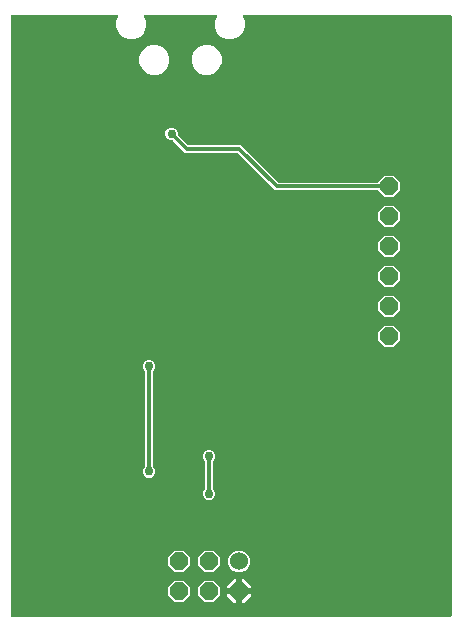
<source format=gbr>
G04 EAGLE Gerber RS-274X export*
G75*
%MOMM*%
%FSLAX34Y34*%
%LPD*%
%INBottom Copper*%
%IPPOS*%
%AMOC8*
5,1,8,0,0,1.08239X$1,22.5*%
G01*
%ADD10C,1.524000*%
%ADD11P,1.649562X8X202.500000*%
%ADD12C,0.756400*%
%ADD13C,0.304800*%
%ADD14C,0.806400*%
%ADD15C,0.856400*%

G36*
X794938Y397526D02*
X794938Y397526D01*
X795057Y397533D01*
X795095Y397546D01*
X795136Y397551D01*
X795246Y397594D01*
X795359Y397631D01*
X795394Y397653D01*
X795431Y397668D01*
X795527Y397737D01*
X795628Y397801D01*
X795656Y397831D01*
X795689Y397854D01*
X795765Y397946D01*
X795846Y398033D01*
X795866Y398068D01*
X795891Y398099D01*
X795942Y398207D01*
X796000Y398311D01*
X796010Y398351D01*
X796027Y398387D01*
X796049Y398504D01*
X796079Y398619D01*
X796083Y398679D01*
X796087Y398699D01*
X796085Y398720D01*
X796089Y398780D01*
X796089Y906020D01*
X796074Y906138D01*
X796067Y906257D01*
X796054Y906295D01*
X796049Y906336D01*
X796006Y906446D01*
X795969Y906559D01*
X795947Y906594D01*
X795932Y906631D01*
X795863Y906727D01*
X795799Y906828D01*
X795769Y906856D01*
X795746Y906889D01*
X795654Y906965D01*
X795567Y907046D01*
X795532Y907066D01*
X795501Y907091D01*
X795393Y907142D01*
X795289Y907200D01*
X795249Y907210D01*
X795213Y907227D01*
X795096Y907249D01*
X794981Y907279D01*
X794921Y907283D01*
X794901Y907287D01*
X794880Y907285D01*
X794820Y907289D01*
X620406Y907289D01*
X620357Y907283D01*
X620307Y907285D01*
X620200Y907263D01*
X620091Y907249D01*
X620044Y907231D01*
X619996Y907221D01*
X619897Y907173D01*
X619795Y907132D01*
X619755Y907103D01*
X619710Y907081D01*
X619626Y907010D01*
X619538Y906946D01*
X619506Y906907D01*
X619468Y906875D01*
X619405Y906785D01*
X619335Y906701D01*
X619314Y906656D01*
X619285Y906615D01*
X619246Y906512D01*
X619199Y906413D01*
X619190Y906364D01*
X619172Y906318D01*
X619160Y906208D01*
X619139Y906101D01*
X619143Y906051D01*
X619137Y906002D01*
X619152Y905893D01*
X619159Y905783D01*
X619175Y905736D01*
X619181Y905687D01*
X619234Y905534D01*
X620831Y901678D01*
X620831Y896642D01*
X618903Y891988D01*
X615342Y888427D01*
X610688Y886499D01*
X605652Y886499D01*
X600998Y888427D01*
X597437Y891988D01*
X595509Y896642D01*
X595509Y901678D01*
X597106Y905534D01*
X597120Y905582D01*
X597141Y905627D01*
X597161Y905735D01*
X597190Y905841D01*
X597191Y905891D01*
X597201Y905940D01*
X597194Y906049D01*
X597195Y906159D01*
X597184Y906207D01*
X597181Y906257D01*
X597147Y906361D01*
X597121Y906468D01*
X597098Y906512D01*
X597083Y906559D01*
X597024Y906652D01*
X596973Y906749D01*
X596939Y906786D01*
X596913Y906828D01*
X596833Y906903D01*
X596759Y906985D01*
X596717Y907012D01*
X596681Y907046D01*
X596585Y907099D01*
X596493Y907159D01*
X596446Y907176D01*
X596402Y907200D01*
X596296Y907227D01*
X596192Y907263D01*
X596143Y907267D01*
X596095Y907279D01*
X595934Y907289D01*
X536906Y907289D01*
X536857Y907283D01*
X536807Y907285D01*
X536700Y907263D01*
X536591Y907249D01*
X536544Y907231D01*
X536496Y907221D01*
X536397Y907173D01*
X536295Y907132D01*
X536255Y907103D01*
X536210Y907081D01*
X536126Y907010D01*
X536038Y906946D01*
X536006Y906907D01*
X535968Y906875D01*
X535905Y906785D01*
X535835Y906701D01*
X535814Y906656D01*
X535785Y906615D01*
X535746Y906512D01*
X535699Y906413D01*
X535690Y906364D01*
X535672Y906318D01*
X535660Y906208D01*
X535639Y906101D01*
X535643Y906051D01*
X535637Y906002D01*
X535652Y905893D01*
X535659Y905783D01*
X535675Y905736D01*
X535681Y905687D01*
X535734Y905534D01*
X537331Y901678D01*
X537331Y896642D01*
X535403Y891988D01*
X531842Y888427D01*
X527188Y886499D01*
X522152Y886499D01*
X517498Y888427D01*
X513937Y891988D01*
X512009Y896642D01*
X512009Y901678D01*
X513606Y905534D01*
X513620Y905582D01*
X513641Y905627D01*
X513661Y905735D01*
X513690Y905841D01*
X513691Y905891D01*
X513701Y905940D01*
X513694Y906049D01*
X513695Y906159D01*
X513684Y906207D01*
X513681Y906257D01*
X513647Y906361D01*
X513621Y906468D01*
X513598Y906512D01*
X513583Y906559D01*
X513524Y906652D01*
X513473Y906749D01*
X513439Y906786D01*
X513413Y906828D01*
X513333Y906903D01*
X513259Y906985D01*
X513217Y907012D01*
X513181Y907046D01*
X513085Y907099D01*
X512993Y907159D01*
X512946Y907176D01*
X512902Y907200D01*
X512796Y907227D01*
X512692Y907263D01*
X512643Y907267D01*
X512595Y907279D01*
X512434Y907289D01*
X424180Y907289D01*
X424062Y907274D01*
X423943Y907267D01*
X423905Y907254D01*
X423864Y907249D01*
X423754Y907206D01*
X423641Y907169D01*
X423606Y907147D01*
X423569Y907132D01*
X423473Y907063D01*
X423372Y906999D01*
X423344Y906969D01*
X423311Y906946D01*
X423235Y906854D01*
X423154Y906767D01*
X423134Y906732D01*
X423109Y906701D01*
X423058Y906593D01*
X423000Y906489D01*
X422990Y906449D01*
X422973Y906413D01*
X422951Y906296D01*
X422921Y906181D01*
X422917Y906121D01*
X422913Y906101D01*
X422915Y906080D01*
X422911Y906020D01*
X422911Y398780D01*
X422926Y398662D01*
X422933Y398543D01*
X422946Y398505D01*
X422951Y398464D01*
X422994Y398354D01*
X423031Y398241D01*
X423053Y398206D01*
X423068Y398169D01*
X423137Y398073D01*
X423201Y397972D01*
X423231Y397944D01*
X423254Y397911D01*
X423346Y397835D01*
X423433Y397754D01*
X423468Y397734D01*
X423499Y397709D01*
X423607Y397658D01*
X423711Y397600D01*
X423751Y397590D01*
X423787Y397573D01*
X423904Y397551D01*
X424019Y397521D01*
X424079Y397517D01*
X424099Y397513D01*
X424120Y397515D01*
X424180Y397511D01*
X794820Y397511D01*
X794938Y397526D01*
G37*
%LPC*%
G36*
X739162Y752855D02*
X739162Y752855D01*
X733438Y758580D01*
X733360Y758640D01*
X733288Y758708D01*
X733235Y758737D01*
X733187Y758774D01*
X733096Y758814D01*
X733009Y758862D01*
X732950Y758877D01*
X732895Y758901D01*
X732797Y758916D01*
X732701Y758941D01*
X732601Y758947D01*
X732581Y758951D01*
X732568Y758949D01*
X732540Y758951D01*
X646437Y758951D01*
X615059Y790330D01*
X614981Y790390D01*
X614909Y790458D01*
X614856Y790487D01*
X614808Y790524D01*
X614717Y790564D01*
X614630Y790612D01*
X614571Y790627D01*
X614516Y790651D01*
X614418Y790666D01*
X614322Y790691D01*
X614222Y790697D01*
X614202Y790701D01*
X614189Y790699D01*
X614161Y790701D01*
X570237Y790701D01*
X560167Y800772D01*
X560089Y800832D01*
X560017Y800900D01*
X559964Y800929D01*
X559916Y800966D01*
X559825Y801006D01*
X559738Y801054D01*
X559679Y801069D01*
X559624Y801093D01*
X559526Y801108D01*
X559430Y801133D01*
X559330Y801139D01*
X559310Y801143D01*
X559297Y801141D01*
X559269Y801143D01*
X557744Y801143D01*
X555794Y801951D01*
X554301Y803444D01*
X553493Y805394D01*
X553493Y807506D01*
X554301Y809456D01*
X555794Y810949D01*
X557744Y811757D01*
X559856Y811757D01*
X561806Y810949D01*
X563299Y809456D01*
X564107Y807506D01*
X564107Y805981D01*
X564119Y805882D01*
X564122Y805783D01*
X564139Y805725D01*
X564147Y805665D01*
X564183Y805573D01*
X564211Y805478D01*
X564241Y805426D01*
X564264Y805369D01*
X564322Y805289D01*
X564372Y805204D01*
X564438Y805129D01*
X564450Y805112D01*
X564460Y805104D01*
X564478Y805083D01*
X572391Y797170D01*
X572469Y797110D01*
X572541Y797042D01*
X572594Y797013D01*
X572642Y796976D01*
X572733Y796936D01*
X572820Y796888D01*
X572879Y796873D01*
X572934Y796849D01*
X573032Y796834D01*
X573128Y796809D01*
X573228Y796803D01*
X573248Y796799D01*
X573261Y796801D01*
X573289Y796799D01*
X617213Y796799D01*
X648591Y765420D01*
X648669Y765360D01*
X648741Y765292D01*
X648794Y765263D01*
X648842Y765226D01*
X648933Y765186D01*
X649020Y765138D01*
X649079Y765123D01*
X649134Y765099D01*
X649232Y765084D01*
X649328Y765059D01*
X649428Y765053D01*
X649448Y765049D01*
X649461Y765051D01*
X649489Y765049D01*
X732540Y765049D01*
X732639Y765061D01*
X732738Y765064D01*
X732796Y765081D01*
X732856Y765089D01*
X732948Y765125D01*
X733043Y765153D01*
X733095Y765183D01*
X733152Y765206D01*
X733232Y765264D01*
X733317Y765314D01*
X733392Y765380D01*
X733409Y765392D01*
X733417Y765402D01*
X733438Y765420D01*
X739162Y771145D01*
X746738Y771145D01*
X752095Y765788D01*
X752095Y758212D01*
X746738Y752855D01*
X739162Y752855D01*
G37*
%LPD*%
%LPC*%
G36*
X538694Y515393D02*
X538694Y515393D01*
X536744Y516201D01*
X535251Y517694D01*
X534443Y519644D01*
X534443Y521756D01*
X535251Y523706D01*
X536330Y524784D01*
X536390Y524863D01*
X536458Y524935D01*
X536487Y524988D01*
X536524Y525036D01*
X536564Y525127D01*
X536612Y525213D01*
X536627Y525272D01*
X536651Y525328D01*
X536666Y525425D01*
X536691Y525521D01*
X536697Y525616D01*
X536699Y525624D01*
X536698Y525628D01*
X536701Y525642D01*
X536699Y525654D01*
X536701Y525682D01*
X536701Y604618D01*
X536689Y604716D01*
X536686Y604815D01*
X536669Y604874D01*
X536661Y604934D01*
X536625Y605026D01*
X536597Y605121D01*
X536567Y605173D01*
X536544Y605229D01*
X536486Y605309D01*
X536436Y605395D01*
X536370Y605470D01*
X536358Y605487D01*
X536348Y605494D01*
X536330Y605516D01*
X535251Y606594D01*
X534443Y608544D01*
X534443Y610656D01*
X535251Y612606D01*
X536744Y614099D01*
X538694Y614907D01*
X540806Y614907D01*
X542756Y614099D01*
X544249Y612606D01*
X545057Y610656D01*
X545057Y608544D01*
X544249Y606594D01*
X543170Y605516D01*
X543110Y605437D01*
X543042Y605365D01*
X543013Y605312D01*
X542976Y605264D01*
X542936Y605173D01*
X542888Y605087D01*
X542873Y605028D01*
X542849Y604972D01*
X542834Y604875D01*
X542809Y604779D01*
X542803Y604679D01*
X542799Y604658D01*
X542801Y604646D01*
X542799Y604618D01*
X542799Y525682D01*
X542811Y525584D01*
X542814Y525485D01*
X542831Y525426D01*
X542839Y525366D01*
X542875Y525274D01*
X542903Y525179D01*
X542933Y525127D01*
X542956Y525071D01*
X543014Y524991D01*
X543064Y524905D01*
X543130Y524830D01*
X543142Y524813D01*
X543152Y524806D01*
X543170Y524784D01*
X544249Y523706D01*
X545057Y521756D01*
X545057Y519644D01*
X544249Y517694D01*
X542756Y516201D01*
X540806Y515393D01*
X538694Y515393D01*
G37*
%LPD*%
%LPC*%
G36*
X586152Y856499D02*
X586152Y856499D01*
X581498Y858427D01*
X577937Y861988D01*
X576009Y866642D01*
X576009Y871678D01*
X577937Y876332D01*
X581498Y879893D01*
X586152Y881821D01*
X591188Y881821D01*
X595842Y879893D01*
X599403Y876332D01*
X601331Y871678D01*
X601331Y866642D01*
X599403Y861988D01*
X595842Y858427D01*
X591188Y856499D01*
X586152Y856499D01*
G37*
%LPD*%
%LPC*%
G36*
X541652Y856499D02*
X541652Y856499D01*
X536998Y858427D01*
X533437Y861988D01*
X531509Y866642D01*
X531509Y871678D01*
X533437Y876332D01*
X536998Y879893D01*
X541652Y881821D01*
X546688Y881821D01*
X551342Y879893D01*
X554903Y876332D01*
X556831Y871678D01*
X556831Y866642D01*
X554903Y861988D01*
X551342Y858427D01*
X546688Y856499D01*
X541652Y856499D01*
G37*
%LPD*%
%LPC*%
G36*
X589494Y496343D02*
X589494Y496343D01*
X587544Y497151D01*
X586051Y498644D01*
X585243Y500594D01*
X585243Y502706D01*
X586051Y504656D01*
X587130Y505734D01*
X587190Y505813D01*
X587258Y505885D01*
X587287Y505938D01*
X587324Y505986D01*
X587364Y506077D01*
X587412Y506163D01*
X587427Y506222D01*
X587451Y506278D01*
X587466Y506375D01*
X587491Y506471D01*
X587497Y506571D01*
X587501Y506592D01*
X587499Y506604D01*
X587501Y506632D01*
X587501Y528418D01*
X587489Y528516D01*
X587486Y528615D01*
X587469Y528674D01*
X587461Y528734D01*
X587425Y528826D01*
X587397Y528921D01*
X587367Y528973D01*
X587344Y529029D01*
X587286Y529109D01*
X587236Y529195D01*
X587170Y529270D01*
X587158Y529287D01*
X587148Y529294D01*
X587130Y529316D01*
X586051Y530394D01*
X585243Y532344D01*
X585243Y534456D01*
X586051Y536406D01*
X587544Y537899D01*
X589494Y538707D01*
X591606Y538707D01*
X593556Y537899D01*
X595049Y536406D01*
X595857Y534456D01*
X595857Y532344D01*
X595049Y530394D01*
X593970Y529316D01*
X593910Y529237D01*
X593842Y529165D01*
X593813Y529112D01*
X593776Y529064D01*
X593736Y528973D01*
X593688Y528887D01*
X593673Y528828D01*
X593649Y528772D01*
X593634Y528675D01*
X593609Y528579D01*
X593603Y528479D01*
X593599Y528458D01*
X593601Y528446D01*
X593599Y528418D01*
X593599Y506632D01*
X593611Y506534D01*
X593614Y506435D01*
X593631Y506376D01*
X593639Y506316D01*
X593675Y506224D01*
X593703Y506129D01*
X593733Y506077D01*
X593756Y506021D01*
X593814Y505941D01*
X593864Y505855D01*
X593930Y505780D01*
X593942Y505763D01*
X593952Y505756D01*
X593970Y505734D01*
X595049Y504656D01*
X595857Y502706D01*
X595857Y500594D01*
X595049Y498644D01*
X593556Y497151D01*
X591606Y496343D01*
X589494Y496343D01*
G37*
%LPD*%
%LPC*%
G36*
X739162Y727455D02*
X739162Y727455D01*
X733805Y732812D01*
X733805Y740388D01*
X739162Y745745D01*
X746738Y745745D01*
X752095Y740388D01*
X752095Y732812D01*
X746738Y727455D01*
X739162Y727455D01*
G37*
%LPD*%
%LPC*%
G36*
X739162Y702055D02*
X739162Y702055D01*
X733805Y707412D01*
X733805Y714988D01*
X739162Y720345D01*
X746738Y720345D01*
X752095Y714988D01*
X752095Y707412D01*
X746738Y702055D01*
X739162Y702055D01*
G37*
%LPD*%
%LPC*%
G36*
X739162Y676655D02*
X739162Y676655D01*
X733805Y682012D01*
X733805Y689588D01*
X739162Y694945D01*
X746738Y694945D01*
X752095Y689588D01*
X752095Y682012D01*
X746738Y676655D01*
X739162Y676655D01*
G37*
%LPD*%
%LPC*%
G36*
X739162Y651255D02*
X739162Y651255D01*
X733805Y656612D01*
X733805Y664188D01*
X739162Y669545D01*
X746738Y669545D01*
X752095Y664188D01*
X752095Y656612D01*
X746738Y651255D01*
X739162Y651255D01*
G37*
%LPD*%
%LPC*%
G36*
X739162Y625855D02*
X739162Y625855D01*
X733805Y631212D01*
X733805Y638788D01*
X739162Y644145D01*
X746738Y644145D01*
X752095Y638788D01*
X752095Y631212D01*
X746738Y625855D01*
X739162Y625855D01*
G37*
%LPD*%
%LPC*%
G36*
X586762Y435355D02*
X586762Y435355D01*
X581405Y440712D01*
X581405Y448288D01*
X586762Y453645D01*
X594338Y453645D01*
X599695Y448288D01*
X599695Y440712D01*
X594338Y435355D01*
X586762Y435355D01*
G37*
%LPD*%
%LPC*%
G36*
X561362Y435355D02*
X561362Y435355D01*
X556005Y440712D01*
X556005Y448288D01*
X561362Y453645D01*
X568938Y453645D01*
X574295Y448288D01*
X574295Y440712D01*
X568938Y435355D01*
X561362Y435355D01*
G37*
%LPD*%
%LPC*%
G36*
X586762Y409955D02*
X586762Y409955D01*
X581405Y415312D01*
X581405Y422888D01*
X586762Y428245D01*
X594338Y428245D01*
X599695Y422888D01*
X599695Y415312D01*
X594338Y409955D01*
X586762Y409955D01*
G37*
%LPD*%
%LPC*%
G36*
X561362Y409955D02*
X561362Y409955D01*
X556005Y415312D01*
X556005Y422888D01*
X561362Y428245D01*
X568938Y428245D01*
X574295Y422888D01*
X574295Y415312D01*
X568938Y409955D01*
X561362Y409955D01*
G37*
%LPD*%
%LPC*%
G36*
X614131Y435355D02*
X614131Y435355D01*
X610770Y436747D01*
X608197Y439320D01*
X606805Y442681D01*
X606805Y446319D01*
X608197Y449680D01*
X610770Y452253D01*
X614131Y453645D01*
X617769Y453645D01*
X621130Y452253D01*
X623703Y449680D01*
X625095Y446319D01*
X625095Y442681D01*
X623703Y439320D01*
X621130Y436747D01*
X617769Y435355D01*
X614131Y435355D01*
G37*
%LPD*%
%LPC*%
G36*
X618489Y421639D02*
X618489Y421639D01*
X618489Y429261D01*
X620159Y429261D01*
X626111Y423309D01*
X626111Y421639D01*
X618489Y421639D01*
G37*
%LPD*%
%LPC*%
G36*
X605789Y421639D02*
X605789Y421639D01*
X605789Y423309D01*
X611741Y429261D01*
X613411Y429261D01*
X613411Y421639D01*
X605789Y421639D01*
G37*
%LPD*%
%LPC*%
G36*
X618489Y408939D02*
X618489Y408939D01*
X618489Y416561D01*
X626111Y416561D01*
X626111Y414891D01*
X620159Y408939D01*
X618489Y408939D01*
G37*
%LPD*%
%LPC*%
G36*
X611741Y408939D02*
X611741Y408939D01*
X605789Y414891D01*
X605789Y416561D01*
X613411Y416561D01*
X613411Y408939D01*
X611741Y408939D01*
G37*
%LPD*%
%LPC*%
G36*
X615949Y419099D02*
X615949Y419099D01*
X615949Y419101D01*
X615951Y419101D01*
X615951Y419099D01*
X615949Y419099D01*
G37*
%LPD*%
D10*
X615950Y444500D03*
D11*
X590550Y444500D03*
X565150Y444500D03*
X615950Y419100D03*
X590550Y419100D03*
X565150Y419100D03*
X742950Y635000D03*
X742950Y660400D03*
X742950Y685800D03*
X742950Y711200D03*
X742950Y736600D03*
X742950Y762000D03*
D12*
X539750Y520700D03*
D13*
X539750Y609600D01*
D12*
X539750Y609600D03*
D14*
X646430Y566674D03*
X518922Y580644D03*
X558800Y704850D03*
D12*
X565150Y781050D03*
X429768Y779780D03*
D15*
X673100Y781050D03*
D12*
X685800Y692150D03*
X590550Y501650D03*
D13*
X590550Y533400D01*
D12*
X590550Y533400D03*
X558800Y806450D03*
D13*
X571500Y793750D01*
X615950Y793750D01*
X647700Y762000D01*
X742950Y762000D01*
M02*

</source>
